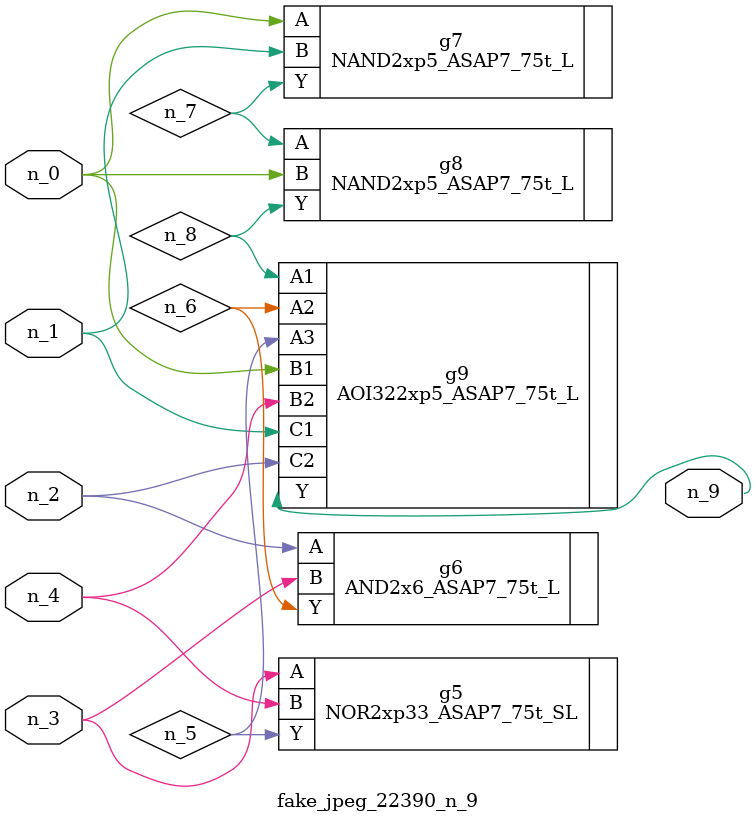
<source format=v>
module fake_jpeg_22390_n_9 (n_3, n_2, n_1, n_0, n_4, n_9);

input n_3;
input n_2;
input n_1;
input n_0;
input n_4;

output n_9;

wire n_8;
wire n_6;
wire n_5;
wire n_7;

NOR2xp33_ASAP7_75t_SL g5 ( 
.A(n_3),
.B(n_4),
.Y(n_5)
);

AND2x6_ASAP7_75t_L g6 ( 
.A(n_2),
.B(n_3),
.Y(n_6)
);

NAND2xp5_ASAP7_75t_L g7 ( 
.A(n_0),
.B(n_1),
.Y(n_7)
);

NAND2xp5_ASAP7_75t_L g8 ( 
.A(n_7),
.B(n_0),
.Y(n_8)
);

AOI322xp5_ASAP7_75t_L g9 ( 
.A1(n_8),
.A2(n_6),
.A3(n_5),
.B1(n_0),
.B2(n_4),
.C1(n_1),
.C2(n_2),
.Y(n_9)
);


endmodule
</source>
